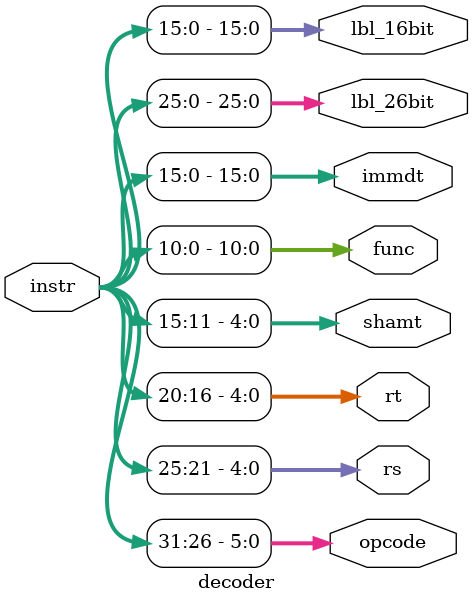
<source format=v>
`timescale 1ns / 1ps

module decoder(
	input [31:0] instr,
	output [5:0] opcode,
	output [4:0] rs,
	output [4:0] rt,
	output [4:0] shamt,
	output [10:0] func,
	output [15:0] immdt,
	output [25:0] lbl_26bit,
	output [15:0] lbl_16bit
   );
	
	assign opcode = instr[31:26];
	assign rs = instr[25:21];
	assign rt = instr[20:16];
	assign shamt = instr[15:11];
	assign func = instr[10:0];
	assign immdt = instr[15:0];
	assign lbl_26bit = instr[25:0];
	assign lbl_16bit = instr[15:0];


endmodule

</source>
